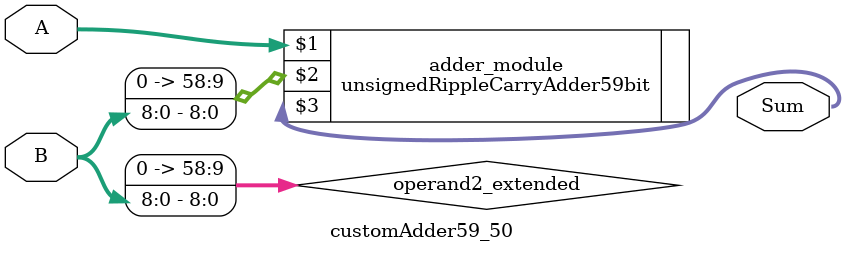
<source format=v>
module customAdder59_50(
                        input [58 : 0] A,
                        input [8 : 0] B,
                        
                        output [59 : 0] Sum
                );

        wire [58 : 0] operand2_extended;
        
        assign operand2_extended =  {50'b0, B};
        
        unsignedRippleCarryAdder59bit adder_module(
            A,
            operand2_extended,
            Sum
        );
        
        endmodule
        
</source>
